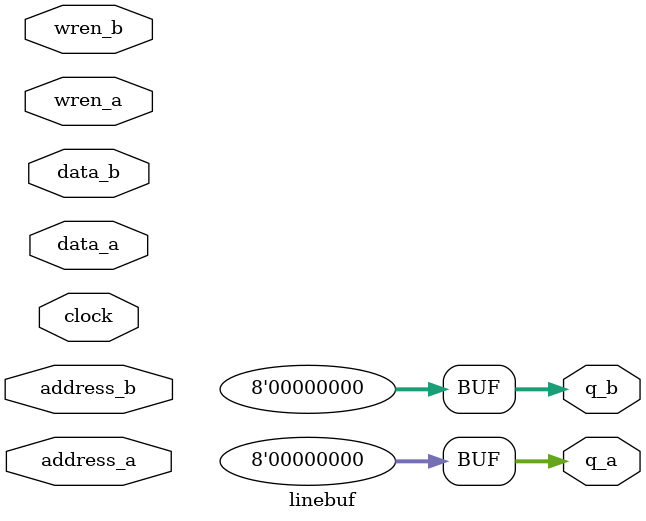
<source format=v>
module linebuf(	// file.cleaned.mlir:2:3
  input  [13:0] address_a,	// file.cleaned.mlir:2:25
                address_b,	// file.cleaned.mlir:2:46
  input         clock,	// file.cleaned.mlir:2:67
  input  [7:0]  data_a,	// file.cleaned.mlir:2:83
                data_b,	// file.cleaned.mlir:2:100
  input         wren_a,	// file.cleaned.mlir:2:117
                wren_b,	// file.cleaned.mlir:2:134
  output [7:0]  q_a,	// file.cleaned.mlir:2:152
                q_b	// file.cleaned.mlir:2:166
);

  assign q_a = 8'h0;	// file.cleaned.mlir:3:14, :4:5
  assign q_b = 8'h0;	// file.cleaned.mlir:3:14, :4:5
endmodule


</source>
